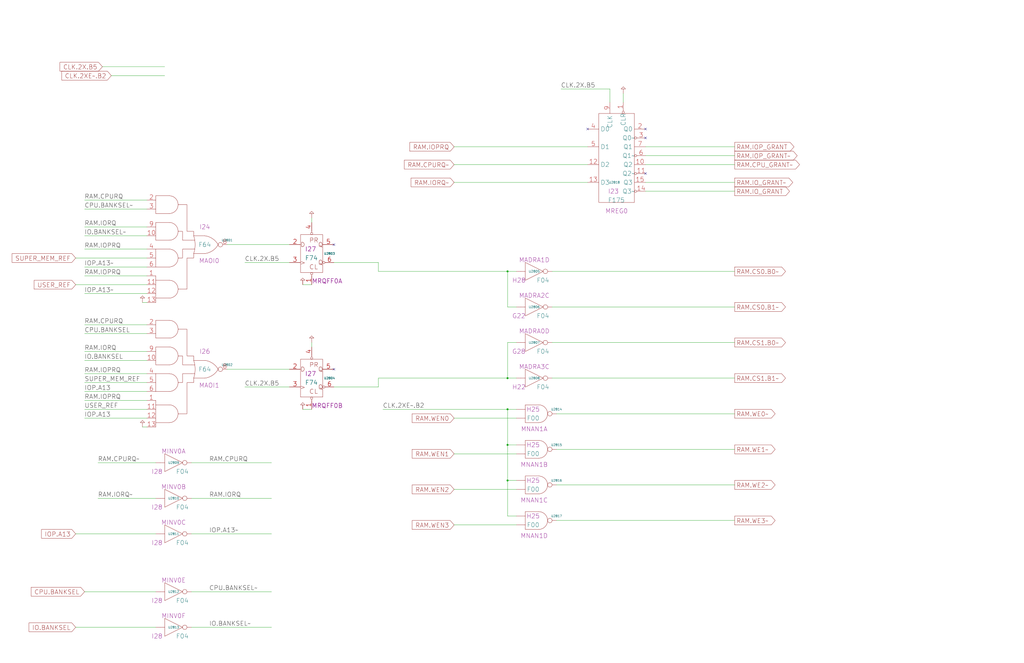
<source format=kicad_sch>
(kicad_sch (version 20250114) (generator "eeschema") (generator_version "9.0")
  (paper "User" 584.2 378.46)
  (title_block (title "MEMORY\\nARBITER / STROBES") (date "22-SEP-90") (rev "2.0") (comment 1 "IOC") (comment 2 "232-003061") (comment 3 "S400") (comment 4 "RELEASED"))
  (lib_symbols
    (symbol "r1000:F00" (pin_numbers (hide yes)) (pin_names (hide yes))
      (property "Reference" "U" (at 15.24 0 0))
      (property "Value" "F00" (at 1.905 -5.08 0))
      (property "Location" "___" (at 1.905 0 0))
      (property "Name" "______" (at 2.54 -12.7 0))
      (symbol "F00_0_1"
        (polyline (pts (xy -2.54 2.54) (xy -2.54 -7.62)) (stroke (width 0.1524)))
        (polyline (pts (xy -2.54 2.54) (xy 5.08 2.54)) (stroke (width 0.1524)))
        (polyline (pts (xy -2.54 -7.62) (xy 5.08 -7.62)) (stroke (width 0.1524)))
        (arc (start 5.08 2.54) (mid 10.1281 -2.54) (end 5.08 -7.62) (stroke (width 0.1524)))
        (circle (center 11.43 -2.54) (radius 1.27) (stroke (width 0.1524)))
      )
      (symbol "F00_0_2"
        (arc (start -3.175 2.54) (mid -2.134 -2.54) (end -3.175 -7.62) (stroke (width 0.1524)))
        (circle (center -3.81 0) (radius 1.27) (stroke (width 0.1524)))
        (circle (center -3.81 -5.08) (radius 1.27) (stroke (width 0.1524)))
        (polyline (pts (xy -3.175 2.54) (xy 3.81 2.54)) (stroke (width 0.1524)))
        (polyline (pts (xy -3.175 -7.62) (xy 3.81 -7.62)) (stroke (width 0.1524)))
        (arc (start 3.81 2.54) (mid 7.5828 0.7472) (end 10.16 -2.54) (stroke (width 0.1524)))
        (arc (start 10.16 -2.54) (mid 7.5855 -5.8306) (end 3.81 -7.62) (stroke (width 0.1524)))
      )
      (symbol "F00_1_1"
        (pin input line (at -7.62 0 0) (length 5.08) (name "D0") (number "1"))
        (pin input line (at -7.62 -5.08 0) (length 5.08) (name "D1") (number "2"))
        (pin output line (at 15.24 -2.54 180) (length 2.54) (name "Q") (number "3"))
      )
      (symbol "F00_1_2"
        (pin input line (at -7.62 0 0) (length 2.54) (name "D0") (number "1"))
        (pin input line (at -7.62 -5.08 0) (length 2.54) (name "D1") (number "2"))
        (pin output line (at 15.24 -2.54 180) (length 5.08) (name "Q") (number "3"))
      )
    )
    (symbol "r1000:F04" (pin_numbers (hide yes)) (pin_names (hide yes))
      (property "Reference" "U" (at 0 0 0))
      (property "Value" "F04" (at 1.27 -5.08 0))
      (property "Location" "___" (at -12.7 -5.08 0))
      (property "Name" "______" (at 0 5.08 0))
      (symbol "F04_0_1"
        (polyline (pts (xy -7.62 0) (xy -5.08 0)) (stroke (width 0.1524)))
        (polyline (pts (xy -5.08 5.08) (xy -5.08 -5.08)) (stroke (width 0.1524)))
        (polyline (pts (xy 5.08 0) (xy -5.08 5.08)) (stroke (width 0.1524)))
        (polyline (pts (xy 5.08 0) (xy -5.08 -5.08)) (stroke (width 0.1524)))
        (circle (center 6.35 0) (radius 1.27) (stroke (width 0.1524)))
      )
      (symbol "F04_1_1"
        (pin input line (at -10.16 0 0) (length 2.54) (name "D0") (number "1"))
        (pin output line (at 10.16 0 180) (length 2.54) (name "Q") (number "2"))
      )
    )
    (symbol "r1000:F175" (pin_names (offset 1.016))
      (property "Reference" "U" (at 2.54 5.08 0))
      (property "Value" "F175" (at -1.27 -5.08 0))
      (property "Location" "___" (at -1.27 0 0))
      (property "Name" "______" (at 3.81 -12.7 0))
      (symbol "F175_1_1"
        (rectangle (start -6.35 44.45) (end 13.97 -6.35))
        (circle (center 7.62 45.085) (radius 0.635))
        (circle (center 14.605 30.48) (radius 0.635))
        (circle (center 14.605 20.32) (radius 0.635))
        (circle (center 14.605 10.16) (radius 0.635))
        (circle (center 14.605 0) (radius 0.635))
        (pin input line (at -12.7 35.56 0) (length 6.35) (name "D0") (number "4"))
        (pin input line (at -12.7 25.4 0) (length 6.35) (name "D1") (number "5"))
        (pin input line (at -12.7 15.24 0) (length 6.35) (name "D2") (number "12"))
        (pin input line (at -12.7 5.08 0) (length 6.35) (name "D3") (number "13"))
        (pin input line (at 0 50.8 270) (length 6.35) (name "CLK") (number "9"))
        (pin input line (at 7.62 50.8 270) (length 5.08) (name "CLR") (number "1"))
        (pin output line (at 20.32 35.56 180) (length 6.35) (name "Q0") (number "2"))
        (pin output line (at 20.32 30.48 180) (length 5.08) (name "Q0~") (number "3"))
        (pin output line (at 20.32 25.4 180) (length 6.35) (name "Q1") (number "7"))
        (pin output line (at 20.32 20.32 180) (length 5.08) (name "Q1~") (number "6"))
        (pin output line (at 20.32 15.24 180) (length 6.35) (name "Q2") (number "10"))
        (pin output line (at 20.32 10.16 180) (length 5.08) (name "Q2~") (number "11"))
        (pin output line (at 20.32 5.08 180) (length 6.35) (name "Q3") (number "15"))
        (pin output line (at 20.32 0 180) (length 5.08) (name "Q3~") (number "14"))
      )
    )
    (symbol "r1000:F64" (pin_names (hide yes))
      (property "Reference" "U" (at 15.24 2.54 0))
      (property "Value" "F64" (at 2.54 0 0))
      (property "Location" "___" (at 2.54 10.16 0))
      (property "Name" "______" (at 5.08 -10.62 0))
      (symbol "F64_0_0"
        (polyline (pts (xy -25.4 27.94) (xy -17.78 27.94)) (stroke (width 0.1524)))
        (polyline (pts (xy -25.4 17.78) (xy -17.78 17.78)) (stroke (width 0.1524)))
        (polyline (pts (xy -25.4 12.7) (xy -17.78 12.7)) (stroke (width 0.1524)))
        (polyline (pts (xy -25.4 2.54) (xy -17.78 2.54)) (stroke (width 0.1524)))
        (polyline (pts (xy -25.4 -2.54) (xy -17.78 -2.54)) (stroke (width 0.1524)))
        (polyline (pts (xy -25.4 -12.7) (xy -17.78 -12.7)) (stroke (width 0.1524)))
        (polyline (pts (xy -25.4 -20.32) (xy -17.78 -20.32)) (stroke (width 0.1524)))
        (polyline (pts (xy -25.4 -30.48) (xy -17.78 -30.48)) (stroke (width 0.1524)))
        (arc (start -3.8173 5.08) (mid -2.9926 0) (end -3.8173 -5.08) (stroke (width 0.1524)))
        (arc (start -17.78 27.94) (mid -14.1879 26.4521) (end -12.7 22.86) (stroke (width 0.1524)))
        (arc (start -12.7 22.86) (mid -14.1879 19.2679) (end -17.78 17.78) (stroke (width 0.1524)))
        (arc (start -17.78 12.7) (mid -14.1879 11.2121) (end -12.7 7.62) (stroke (width 0.1524)))
        (arc (start -12.7 7.62) (mid -14.1879 4.0279) (end -17.78 2.54) (stroke (width 0.1524)))
        (arc (start -17.78 -2.54) (mid -14.1879 -4.0279) (end -12.7 -7.62) (stroke (width 0.1524)))
        (arc (start -12.7 -7.62) (mid -14.1879 -11.2121) (end -17.78 -12.7) (stroke (width 0.1524)))
        (arc (start -17.78 -20.32) (mid -14.1879 -21.8079) (end -12.7 -25.4) (stroke (width 0.1524)))
        (arc (start -12.7 -25.4) (mid -14.1879 -28.9921) (end -17.78 -30.48) (stroke (width 0.1524)))
        (polyline (pts (xy -3.81 5.08) (xy 2.54 5.08)) (stroke (width 0.1524)))
        (polyline (pts (xy -3.81 -5.08) (xy 2.54 -5.08)) (stroke (width 0.1524)))
        (arc (start 10.16 0) (mid 6.9504 -3.4407) (end 2.54 -5.08) (stroke (width 0.1524)))
        (arc (start 2.54 5.08) (mid 6.9516 3.4424) (end 10.16 0) (stroke (width 0.1524)))
        (circle (center 11.43 0) (radius 1.27) (stroke (width 0.1524)))
      )
      (symbol "F64_0_1"
        (polyline (pts (xy -25.4 27.94) (xy -25.4 17.78)) (stroke (width 0.1524)))
        (polyline (pts (xy -25.4 12.7) (xy -25.4 2.54)) (stroke (width 0.1524)))
        (polyline (pts (xy -25.4 -2.54) (xy -25.4 -12.7)) (stroke (width 0.1524)))
        (polyline (pts (xy -25.4 -17.78) (xy -25.4 -20.32)) (stroke (width 0.1524)))
        (polyline (pts (xy -25.4 -20.32) (xy -25.4 -30.48)) (stroke (width 0.1524)))
        (polyline (pts (xy -25.4 -33.02) (xy -25.4 -30.48)) (stroke (width 0.1524)))
        (polyline (pts (xy -12.7 7.62) (xy -10.16 7.62) (xy -10.16 2.54) (xy -5.08 2.54)) (stroke (width 0.1524)))
        (polyline (pts (xy -12.7 -7.62) (xy -12.7 -7.62)) (stroke (width 0.1524)))
        (polyline (pts (xy -12.7 -7.62) (xy -10.16 -7.62) (xy -10.16 -2.54) (xy -5.08 -2.54)) (stroke (width 0.1524)))
        (polyline (pts (xy -5.08 2.54) (xy -3.175 2.54)) (stroke (width 0.1524)))
        (polyline (pts (xy -5.08 -2.54) (xy -3.175 -2.54)) (stroke (width 0.1524)))
        (polyline (pts (xy -3.81 5.08) (xy -3.81 7.62) (xy -7.62 7.62) (xy -7.62 22.86) (xy -12.7 22.86)) (stroke (width 0.1524)))
        (polyline (pts (xy -3.81 -5.08) (xy -3.81 -7.62) (xy -7.62 -7.62) (xy -7.62 -25.4) (xy -12.7 -25.4)) (stroke (width 0.1524)))
      )
      (symbol "F64_1_1"
        (pin input line (at -30.48 25.4 0) (length 5.08) (name "A0") (number "2"))
        (pin input line (at -30.48 20.32 0) (length 5.08) (name "A1") (number "3"))
        (pin input line (at -30.48 10.16 0) (length 5.08) (name "B0") (number "9"))
        (pin input line (at -30.48 5.08 0) (length 5.08) (name "B1") (number "10"))
        (pin input line (at -30.48 -2.54 0) (length 5.08) (name "C0") (number "4"))
        (pin input line (at -30.48 -7.62 0) (length 5.08) (name "C1") (number "5"))
        (pin input line (at -30.48 -12.7 0) (length 5.08) (name "C2") (number "6"))
        (pin input line (at -30.48 -17.78 0) (length 5.08) (name "D0") (number "1"))
        (pin input line (at -30.48 -22.86 0) (length 5.08) (name "D1") (number "11"))
        (pin input line (at -30.48 -27.94 0) (length 5.08) (name "D2") (number "12"))
        (pin input line (at -30.48 -33.02 0) (length 5.08) (name "D3") (number "13"))
        (pin output line (at 15.24 0 180) (length 2.54) (name "Q") (number "8"))
      )
    )
    (symbol "r1000:F74" (pin_names (offset 1.016) (hide yes))
      (property "Reference" "U" (at 12.7 -2.54 0))
      (property "Value" "F74" (at -1.27 -5.08 0))
      (property "Location" "___" (at -1.27 0 0))
      (property "Name" "______" (at 11.43 -19.685 0))
      (symbol "F74_0_1"
        (rectangle (start -3.81 8.255) (end 8.89 -13.335) (stroke (width 0.1524)))
        (polyline (pts (xy 2.54 10.16) (xy 2.54 9.525)) (stroke (width 0.1524)))
        (polyline (pts (xy 2.54 -15.24) (xy 2.54 -14.605)) (stroke (width 0.1524)))
      )
      (symbol "F74_1_1"
        (circle (center 2.54 8.89) (radius 0.635))
        (circle (center 2.54 -13.97) (radius 0.635))
        (circle (center 9.525 -7.62) (radius 0.635))
        (text "D" (at -2.54 2.54 0) (effects (font (size 2.54 2.54))))
        (text ">" (at -2.54 -7.62 0) (effects (font (size 2.54 2.54))))
        (text "P" (at 2.54 5.08 0) (effects (font (size 2.54 2.54))))
        (text "C" (at 2.54 -10.16 0) (effects (font (size 2.54 2.54))))
        (text "R" (at 5.08 5.08 0) (effects (font (size 2.54 2.54))))
        (text "L" (at 5.08 -10.16 0) (effects (font (size 2.54 2.54))))
        (text "Q" (at 7.62 2.54 0) (effects (font (size 2.54 2.54))))
        (text "Q" (at 7.62 -7.62 0) (effects (font (size 2.54 2.54))))
        (pin input line (at -10.16 2.54 0) (length 6.35) (name "D") (number "2"))
        (pin input line (at -10.16 -7.62 0) (length 6.35) (name "CLK") (number "3"))
        (pin input line (at 2.54 15.24 270) (length 5.08) (name "PR_") (number "4"))
        (pin input line (at 2.54 -20.32 90) (length 5.08) (name "CL_") (number "1"))
        (pin output line (at 15.24 2.54 180) (length 6.35) (name "Q") (number "5"))
        (pin output line (at 15.24 -7.62 180) (length 5.08) (name "Q_") (number "6"))
      )
    )
    (symbol "r1000:PU" (power) (pin_numbers (hide yes)) (pin_names (hide yes))
      (symbol "PU_0_1"
        (polyline (pts (xy 0 2.54) (xy -1.27 2.54) (xy 0 3.81) (xy 1.27 2.54) (xy 0 2.54)) (stroke (width 0.1524)))
      )
      (symbol "PU_1_1"
        (pin power_in line (at 0 0 90) (length 2.54) (name "PU") (number "1"))
      )
    )
  )
  (junction (at 289.56 254))
  (junction (at 289.56 215.9))
  (junction (at 289.56 274.32))
  (junction (at 289.56 233.68))
  (junction (at 289.56 154.94))
  (no_connect (at 190.5 139.7))
  (no_connect (at 335.28 73.66))
  (no_connect (at 368.3 73.66))
  (no_connect (at 368.3 78.74))
  (no_connect (at 190.5 210.82))
  (no_connect (at 368.3 99.06))
  (wire (pts (xy 48.26 238.76) (xy 83.82 238.76)))
  (wire (pts (xy 368.3 83.82) (xy 419.1 83.82)))
  (wire (pts (xy 43.18 162.56) (xy 83.82 162.56)))
  (wire (pts (xy 190.5 220.98) (xy 215.9 220.98)))
  (wire (pts (xy 289.56 254) (xy 294.64 254)))
  (wire (pts (xy 43.18 358.14) (xy 88.9 358.14)))
  (wire (pts (xy 259.08 279.4) (xy 294.64 279.4)))
  (wire (pts (xy 48.26 190.5) (xy 83.82 190.5)))
  (wire (pts (xy 63.5 43.18) (xy 93.98 43.18)))
  (wire (pts (xy 215.9 220.98) (xy 215.9 215.9)))
  (wire (pts (xy 81.28 172.72) (xy 83.82 172.72)))
  (wire (pts (xy 109.22 264.16) (xy 154.94 264.16)))
  (wire (pts (xy 48.26 218.44) (xy 83.82 218.44)))
  (wire (pts (xy 314.96 154.94) (xy 419.1 154.94)))
  (wire (pts (xy 294.64 195.58) (xy 289.56 195.58)))
  (wire (pts (xy 177.8 124.46) (xy 177.8 127)))
  (wire (pts (xy 109.22 304.8) (xy 154.94 304.8)))
  (wire (pts (xy 139.7 149.86) (xy 165.1 149.86)))
  (wire (pts (xy 48.26 129.54) (xy 83.82 129.54)))
  (wire (pts (xy 48.26 119.38) (xy 83.82 119.38)))
  (wire (pts (xy 259.08 259.08) (xy 294.64 259.08)))
  (wire (pts (xy 109.22 337.82) (xy 154.94 337.82)))
  (wire (pts (xy 289.56 274.32) (xy 294.64 274.32)))
  (wire (pts (xy 48.26 205.74) (xy 83.82 205.74)))
  (wire (pts (xy 215.9 215.9) (xy 289.56 215.9)))
  (wire (pts (xy 58.42 38.1) (xy 93.98 38.1)))
  (wire (pts (xy 218.44 233.68) (xy 289.56 233.68)))
  (wire (pts (xy 43.18 304.8) (xy 88.9 304.8)))
  (wire (pts (xy 48.26 337.82) (xy 88.9 337.82)))
  (wire (pts (xy 48.26 134.62) (xy 83.82 134.62)))
  (wire (pts (xy 289.56 195.58) (xy 289.56 215.9)))
  (wire (pts (xy 259.08 104.14) (xy 335.28 104.14)))
  (wire (pts (xy 48.26 223.52) (xy 83.82 223.52)))
  (wire (pts (xy 48.26 152.4) (xy 83.82 152.4)))
  (wire (pts (xy 289.56 154.94) (xy 294.64 154.94)))
  (wire (pts (xy 259.08 238.76) (xy 294.64 238.76)))
  (wire (pts (xy 317.5 256.54) (xy 419.1 256.54)))
  (wire (pts (xy 129.54 139.7) (xy 165.1 139.7)))
  (wire (pts (xy 259.08 83.82) (xy 335.28 83.82)))
  (wire (pts (xy 320.04 50.8) (xy 347.98 50.8)))
  (wire (pts (xy 314.96 195.58) (xy 419.1 195.58)))
  (wire (pts (xy 259.08 299.72) (xy 294.64 299.72)))
  (wire (pts (xy 55.88 264.16) (xy 88.9 264.16)))
  (wire (pts (xy 259.08 93.98) (xy 335.28 93.98)))
  (wire (pts (xy 48.26 213.36) (xy 83.82 213.36)))
  (wire (pts (xy 177.8 195.58) (xy 177.8 198.12)))
  (wire (pts (xy 289.56 215.9) (xy 294.64 215.9)))
  (wire (pts (xy 355.6 53.34) (xy 355.6 58.42)))
  (wire (pts (xy 289.56 233.68) (xy 294.64 233.68)))
  (wire (pts (xy 48.26 233.68) (xy 83.82 233.68)))
  (wire (pts (xy 314.96 175.26) (xy 419.1 175.26)))
  (wire (pts (xy 48.26 200.66) (xy 83.82 200.66)))
  (wire (pts (xy 215.9 154.94) (xy 289.56 154.94)))
  (wire (pts (xy 172.72 162.56) (xy 177.8 162.56)))
  (wire (pts (xy 289.56 274.32) (xy 289.56 254)))
  (wire (pts (xy 48.26 185.42) (xy 83.82 185.42)))
  (wire (pts (xy 317.5 236.22) (xy 419.1 236.22)))
  (wire (pts (xy 48.26 142.24) (xy 83.82 142.24)))
  (wire (pts (xy 289.56 294.64) (xy 289.56 274.32)))
  (wire (pts (xy 48.26 157.48) (xy 83.82 157.48)))
  (wire (pts (xy 347.98 50.8) (xy 347.98 58.42)))
  (wire (pts (xy 368.3 93.98) (xy 419.1 93.98)))
  (wire (pts (xy 215.9 149.86) (xy 215.9 154.94)))
  (wire (pts (xy 317.5 297.18) (xy 419.1 297.18)))
  (wire (pts (xy 43.18 147.32) (xy 83.82 147.32)))
  (wire (pts (xy 368.3 109.22) (xy 419.1 109.22)))
  (wire (pts (xy 289.56 175.26) (xy 289.56 154.94)))
  (wire (pts (xy 81.28 243.84) (xy 83.82 243.84)))
  (wire (pts (xy 48.26 114.3) (xy 83.82 114.3)))
  (wire (pts (xy 109.22 358.14) (xy 154.94 358.14)))
  (wire (pts (xy 55.88 284.48) (xy 88.9 284.48)))
  (wire (pts (xy 294.64 175.26) (xy 289.56 175.26)))
  (wire (pts (xy 289.56 254) (xy 289.56 233.68)))
  (wire (pts (xy 294.64 294.64) (xy 289.56 294.64)))
  (wire (pts (xy 172.72 233.68) (xy 177.8 233.68)))
  (wire (pts (xy 368.3 104.14) (xy 419.1 104.14)))
  (wire (pts (xy 129.54 210.82) (xy 165.1 210.82)))
  (wire (pts (xy 368.3 88.9) (xy 419.1 88.9)))
  (wire (pts (xy 109.22 284.48) (xy 154.94 284.48)))
  (wire (pts (xy 317.5 276.86) (xy 419.1 276.86)))
  (wire (pts (xy 139.7 220.98) (xy 165.1 220.98)))
  (wire (pts (xy 190.5 149.86) (xy 215.9 149.86)))
  (wire (pts (xy 48.26 228.6) (xy 83.82 228.6)))
  (wire (pts (xy 48.26 167.64) (xy 83.82 167.64)))
  (wire (pts (xy 314.96 215.9) (xy 419.1 215.9)))
  (label "RAM.CPURQ" (at 119.38 264.16 0) (effects (font (size 2.54 2.54))))
  (label "RAM.IORQ" (at 48.26 129.54 0) (effects (font (size 2.54 2.54))))
  (label "IOP.A13~" (at 48.26 152.4 0) (effects (font (size 2.54 2.54))))
  (label "RAM.IORQ~" (at 55.88 284.48 0) (effects (font (size 2.54 2.54))))
  (label "IO.BANKSEL~" (at 48.26 134.62 0) (effects (font (size 2.54 2.54))))
  (label "RAM.IORQ" (at 119.38 284.48 0) (effects (font (size 2.54 2.54))))
  (label "IOP.A13~" (at 48.26 167.64 0) (effects (font (size 2.54 2.54))))
  (label "RAM.IOPRQ" (at 48.26 157.48 0) (effects (font (size 2.54 2.54))))
  (label "RAM.CPURQ" (at 48.26 114.3 0) (effects (font (size 2.54 2.54))))
  (label "RAM.IORQ" (at 48.26 200.66 0) (effects (font (size 2.54 2.54))))
  (label "CPU.BANKSEL" (at 48.26 190.5 0) (effects (font (size 2.54 2.54))))
  (label "CLK.2X.B5" (at 139.7 149.86 0) (effects (font (size 2.54 2.54))))
  (label "IOP.A13~" (at 119.38 304.8 0) (effects (font (size 2.54 2.54))))
  (label "RAM.CPURQ" (at 48.26 185.42 0) (effects (font (size 2.54 2.54))))
  (label "CPU.BANKSEL~" (at 48.26 119.38 0) (effects (font (size 2.54 2.54))))
  (label "IOP.A13" (at 48.26 238.76 0) (effects (font (size 2.54 2.54))))
  (label "IO.BANKSEL" (at 48.26 205.74 0) (effects (font (size 2.54 2.54))))
  (label "RAM.IOPRQ" (at 48.26 142.24 0) (effects (font (size 2.54 2.54))))
  (label "CPU.BANKSEL~" (at 119.38 337.82 0) (effects (font (size 2.54 2.54))))
  (label "CLK.2X.B5" (at 320.04 50.8 0) (effects (font (size 2.54 2.54))))
  (label "IOP.A13" (at 48.26 223.52 0) (effects (font (size 2.54 2.54))))
  (label "SUPER_MEM_REF" (at 48.26 218.44 0) (effects (font (size 2.54 2.54))))
  (label "RAM.IOPRQ" (at 48.26 213.36 0) (effects (font (size 2.54 2.54))))
  (label "RAM.IOPRQ" (at 48.26 228.6 0) (effects (font (size 2.54 2.54))))
  (label "CLK.2X.B5" (at 139.7 220.98 0) (effects (font (size 2.54 2.54))))
  (label "CLK.2XE~.B2" (at 218.44 233.68 0) (effects (font (size 2.54 2.54))))
  (label "USER_REF" (at 48.26 233.68 0) (effects (font (size 2.54 2.54))))
  (label "IO.BANKSEL~" (at 119.38 358.14 0) (effects (font (size 2.54 2.54))))
  (label "RAM.CPURQ~" (at 55.88 264.16 0) (effects (font (size 2.54 2.54))))
  (global_label "RAM.WE3~" (shape output) (at 419.1 297.18 0) (effects (font (size 2.54 2.54))) (property "Intersheetrefs" "${INTERSHEET_REFS}" (at 442.5708 297.0213 0) (effects (font (size 1.905 1.905)) (justify left))))
  (global_label "RAM.WEN0" (shape input) (at 259.08 238.76 180) (effects (font (size 2.54 2.54))) (property "Intersheetrefs" "${INTERSHEET_REFS}" (at 234.7625 238.6013 0) (effects (font (size 1.905 1.905)) (justify right))))
  (global_label "CLK.2X.B5" (shape input) (at 58.42 38.1 180) (effects (font (size 2.54 2.54))) (property "Intersheetrefs" "${INTERSHEET_REFS}" (at 33.8606 37.9413 0) (effects (font (size 1.905 1.905)) (justify right))))
  (global_label "RAM.WE0~" (shape output) (at 419.1 236.22 0) (effects (font (size 2.54 2.54))) (property "Intersheetrefs" "${INTERSHEET_REFS}" (at 442.5708 236.0613 0) (effects (font (size 1.905 1.905)) (justify left))))
  (global_label "RAM.CS1.B1~" (shape output) (at 419.1 215.9 0) (effects (font (size 2.54 2.54))) (property "Intersheetrefs" "${INTERSHEET_REFS}" (at 448.4975 215.7413 0) (effects (font (size 1.905 1.905)) (justify left))))
  (global_label "RAM.WE1~" (shape output) (at 419.1 256.54 0) (effects (font (size 2.54 2.54))) (property "Intersheetrefs" "${INTERSHEET_REFS}" (at 442.5708 256.3813 0) (effects (font (size 1.905 1.905)) (justify left))))
  (global_label "RAM.IOPRQ" (shape input) (at 259.08 83.82 180) (effects (font (size 2.54 2.54))) (property "Intersheetrefs" "${INTERSHEET_REFS}" (at 233.432 83.6613 0) (effects (font (size 1.905 1.905)) (justify right))))
  (global_label "CPU.BANKSEL" (shape input) (at 48.26 337.82 180) (effects (font (size 2.54 2.54))) (property "Intersheetrefs" "${INTERSHEET_REFS}" (at 17.4111 337.6613 0) (effects (font (size 1.905 1.905)) (justify right))))
  (global_label "IO.BANKSEL" (shape input) (at 43.18 358.14 180) (effects (font (size 2.54 2.54))) (property "Intersheetrefs" "${INTERSHEET_REFS}" (at 16.2016 357.9813 0) (effects (font (size 1.905 1.905)) (justify right))))
  (global_label "RAM.WEN1" (shape input) (at 259.08 259.08 180) (effects (font (size 2.54 2.54))) (property "Intersheetrefs" "${INTERSHEET_REFS}" (at 234.7625 258.9213 0) (effects (font (size 1.905 1.905)) (justify right))))
  (global_label "IOP.A13" (shape input) (at 43.18 304.8 180) (effects (font (size 2.54 2.54))) (property "Intersheetrefs" "${INTERSHEET_REFS}" (at 23.3378 304.6413 0) (effects (font (size 1.905 1.905)) (justify right))))
  (global_label "RAM.CS0.B0~" (shape output) (at 419.1 154.94 0) (effects (font (size 2.54 2.54))) (property "Intersheetrefs" "${INTERSHEET_REFS}" (at 448.4975 154.7813 0) (effects (font (size 1.905 1.905)) (justify left))))
  (global_label "SUPER_MEM_REF" (shape input) (at 43.18 147.32 180) (effects (font (size 2.54 2.54))) (property "Intersheetrefs" "${INTERSHEET_REFS}" (at 6.5254 147.1613 0) (effects (font (size 1.905 1.905)) (justify right))))
  (global_label "RAM.IO_GRANT" (shape output) (at 419.1 109.22 0) (effects (font (size 2.54 2.54))) (property "Intersheetrefs" "${INTERSHEET_REFS}" (at 450.7956 109.0613 0) (effects (font (size 1.905 1.905)) (justify left))))
  (global_label "RAM.CPU_GRANT~" (shape output) (at 419.1 93.98 0) (effects (font (size 2.54 2.54))) (property "Intersheetrefs" "${INTERSHEET_REFS}" (at 456.4803 93.8213 0) (effects (font (size 1.905 1.905)) (justify left))))
  (global_label "USER_REF" (shape input) (at 43.18 162.56 180) (effects (font (size 2.54 2.54))) (property "Intersheetrefs" "${INTERSHEET_REFS}" (at 19.1044 162.4013 0) (effects (font (size 1.905 1.905)) (justify right))))
  (global_label "RAM.WEN2" (shape input) (at 259.08 279.4 180) (effects (font (size 2.54 2.54))) (property "Intersheetrefs" "${INTERSHEET_REFS}" (at 234.7625 279.2413 0) (effects (font (size 1.905 1.905)) (justify right))))
  (global_label "RAM.IORQ~" (shape input) (at 259.08 104.14 180) (effects (font (size 2.54 2.54))) (property "Intersheetrefs" "${INTERSHEET_REFS}" (at 234.1578 103.9813 0) (effects (font (size 1.905 1.905)) (justify right))))
  (global_label "RAM.WEN3" (shape input) (at 259.08 299.72 180) (effects (font (size 2.54 2.54))) (property "Intersheetrefs" "${INTERSHEET_REFS}" (at 234.7625 299.5613 0) (effects (font (size 1.905 1.905)) (justify right))))
  (global_label "RAM.IOP_GRANT" (shape output) (at 419.1 83.82 0) (effects (font (size 2.54 2.54))) (property "Intersheetrefs" "${INTERSHEET_REFS}" (at 453.3356 83.6613 0) (effects (font (size 1.905 1.905)) (justify left))))
  (global_label "RAM.CPURQ~" (shape input) (at 259.08 93.98 180) (effects (font (size 2.54 2.54))) (property "Intersheetrefs" "${INTERSHEET_REFS}" (at 230.2873 93.8213 0) (effects (font (size 1.905 1.905)) (justify right))))
  (global_label "RAM.CS0.B1~" (shape output) (at 419.1 175.26 0) (effects (font (size 2.54 2.54))) (property "Intersheetrefs" "${INTERSHEET_REFS}" (at 448.4975 175.1013 0) (effects (font (size 1.905 1.905)) (justify left))))
  (global_label "RAM.IOP_GRANT~" (shape output) (at 419.1 88.9 0) (effects (font (size 2.54 2.54))) (property "Intersheetrefs" "${INTERSHEET_REFS}" (at 455.1499 88.7413 0) (effects (font (size 1.905 1.905)) (justify left))))
  (global_label "RAM.IO_GRANT~" (shape output) (at 419.1 104.14 0) (effects (font (size 2.54 2.54))) (property "Intersheetrefs" "${INTERSHEET_REFS}" (at 452.6099 103.9813 0) (effects (font (size 1.905 1.905)) (justify left))))
  (global_label "RAM.WE2~" (shape output) (at 419.1 276.86 0) (effects (font (size 2.54 2.54))) (property "Intersheetrefs" "${INTERSHEET_REFS}" (at 442.5708 276.7013 0) (effects (font (size 1.905 1.905)) (justify left))))
  (global_label "CLK.2XE~.B2" (shape input) (at 63.5 43.18 180) (effects (font (size 2.54 2.54))) (property "Intersheetrefs" "${INTERSHEET_REFS}" (at 34.8282 43.0213 0) (effects (font (size 1.905 1.905)) (justify right))))
  (global_label "RAM.CS1.B0~" (shape output) (at 419.1 195.58 0) (effects (font (size 2.54 2.54))) (property "Intersheetrefs" "${INTERSHEET_REFS}" (at 448.4975 195.4213 0) (effects (font (size 1.905 1.905)) (justify left))))
  (symbol (lib_id "r1000:F04") (at 99.06 304.8 0) (unit 1)
    (property "Reference" "U2811" (at 99.06 304.8 0))
    (property "Value" "F04" (at 100.33 309.88 0) (effects (font (size 2.54 2.54)) (justify left)))
    (property "Location" "I28" (at 86.36 309.88 0) (effects (font (size 2.54 2.54)) (justify left)))
    (property "Name" "MINV0C" (at 99.06 299.72 0) (effects (font (size 2.54 2.54)) (justify bottom)))
  )
  (symbol (lib_id "r1000:PU") (at 81.28 172.72 0) (unit 1)
    (property "Reference" "#PWR02801" (effects (hide yes)))
    (property "Value" "PU" (effects (hide yes)))
  )
  (symbol (lib_id "r1000:PU") (at 172.72 233.68 0) (unit 1)
    (property "Reference" "#PWR02804" (effects (hide yes)))
    (property "Value" "PU" (effects (hide yes)))
  )
  (symbol (lib_id "r1000:PU") (at 177.8 124.46 0) (unit 1)
    (property "Reference" "#PWR02805" (effects (hide yes)))
    (property "Value" "PU" (effects (hide yes)))
  )
  (symbol (lib_id "r1000:F00") (at 302.26 274.32 0) (unit 1)
    (property "Reference" "U2816" (at 317.5 274.32 0))
    (property "Value" "F00" (at 304.165 279.4 0) (effects (font (size 2.54 2.54))))
    (property "Location" "H25" (at 304.165 274.32 0) (effects (font (size 2.54 2.54))))
    (property "Name" "MNAN1C" (at 304.8 287.02 0) (effects (font (size 2.54 2.54)) (justify bottom)))
  )
  (symbol (lib_id "r1000:F64") (at 114.3 210.82 0) (unit 1)
    (property "Reference" "U2802" (at 129.54 208.28 0))
    (property "Value" "F64" (at 116.84 210.82 0) (effects (font (size 2.54 2.54))))
    (property "Location" "I26" (at 116.84 200.66 0) (effects (font (size 2.54 2.54))))
    (property "Name" "MAOI1" (at 119.38 221.44 0) (effects (font (size 2.54 2.54)) (justify bottom)))
  )
  (symbol (lib_id "r1000:F04") (at 304.8 195.58 0) (unit 1)
    (property "Reference" "U2807" (at 304.8 195.58 0))
    (property "Value" "F04" (at 306.07 200.66 0) (effects (font (size 2.54 2.54)) (justify left)))
    (property "Location" "G28" (at 292.1 200.66 0) (effects (font (size 2.54 2.54)) (justify left)))
    (property "Name" "MADRA0D" (at 304.8 190.5 0) (effects (font (size 2.54 2.54)) (justify bottom)))
  )
  (symbol (lib_id "r1000:F00") (at 302.26 294.64 0) (unit 1)
    (property "Reference" "U2817" (at 317.5 294.64 0))
    (property "Value" "F00" (at 304.165 299.72 0) (effects (font (size 2.54 2.54))))
    (property "Location" "H25" (at 304.165 294.64 0) (effects (font (size 2.54 2.54))))
    (property "Name" "MNAN1D" (at 304.8 307.34 0) (effects (font (size 2.54 2.54)) (justify bottom)))
  )
  (symbol (lib_id "r1000:F04") (at 99.06 284.48 0) (unit 1)
    (property "Reference" "U2810" (at 99.06 284.48 0))
    (property "Value" "F04" (at 100.33 289.56 0) (effects (font (size 2.54 2.54)) (justify left)))
    (property "Location" "I28" (at 86.36 289.56 0) (effects (font (size 2.54 2.54)) (justify left)))
    (property "Name" "MINV0B" (at 99.06 279.4 0) (effects (font (size 2.54 2.54)) (justify bottom)))
  )
  (symbol (lib_id "r1000:PU") (at 177.8 195.58 0) (unit 1)
    (property "Reference" "#PWR02806" (effects (hide yes)))
    (property "Value" "PU" (effects (hide yes)))
  )
  (symbol (lib_id "r1000:F175") (at 347.98 109.22 0) (unit 1)
    (property "Reference" "U2818" (at 350.52 104.14 0))
    (property "Value" "F175" (at 346.71 114.3 0) (effects (font (size 2.54 2.54)) (justify left)))
    (property "Location" "I23" (at 346.71 109.22 0) (effects (font (size 2.54 2.54)) (justify left)))
    (property "Name" "MREG0" (at 351.79 121.92 0) (effects (font (size 2.54 2.54)) (justify bottom)))
  )
  (symbol (lib_id "r1000:F04") (at 99.06 358.14 0) (unit 1)
    (property "Reference" "U2813" (at 99.06 358.14 0))
    (property "Value" "F04" (at 100.33 363.22 0) (effects (font (size 2.54 2.54)) (justify left)))
    (property "Location" "I28" (at 86.36 363.22 0) (effects (font (size 2.54 2.54)) (justify left)))
    (property "Name" "MINV0F" (at 99.06 353.06 0) (effects (font (size 2.54 2.54)) (justify bottom)))
  )
  (symbol (lib_id "r1000:PU") (at 81.28 243.84 0) (unit 1)
    (property "Reference" "#PWR02802" (effects (hide yes)))
    (property "Value" "PU" (effects (hide yes)))
  )
  (symbol (lib_id "r1000:F04") (at 99.06 337.82 0) (unit 1)
    (property "Reference" "U2812" (at 99.06 337.82 0))
    (property "Value" "F04" (at 100.33 342.9 0) (effects (font (size 2.54 2.54)) (justify left)))
    (property "Location" "I28" (at 86.36 342.9 0) (effects (font (size 2.54 2.54)) (justify left)))
    (property "Name" "MINV0E" (at 99.06 332.74 0) (effects (font (size 2.54 2.54)) (justify bottom)))
  )
  (symbol (lib_id "r1000:F74") (at 175.26 142.24 0) (unit 1)
    (property "Reference" "U2803" (at 187.96 144.78 0))
    (property "Value" "F74" (at 173.99 147.32 0) (effects (font (size 2.54 2.54)) (justify left)))
    (property "Location" "I27" (at 173.99 142.24 0) (effects (font (size 2.54 2.54)) (justify left)))
    (property "Name" "MRQFF0A" (at 186.69 161.925 0) (effects (font (size 2.54 2.54)) (justify bottom)))
  )
  (symbol (lib_id "r1000:PU") (at 355.6 53.34 0) (unit 1)
    (property "Reference" "#PWR0119" (effects (hide yes)))
    (property "Value" "PU" (effects (hide yes)))
  )
  (symbol (lib_id "r1000:F04") (at 304.8 154.94 0) (unit 1)
    (property "Reference" "U2805" (at 304.8 154.94 0))
    (property "Value" "F04" (at 306.07 160.02 0) (effects (font (size 2.54 2.54)) (justify left)))
    (property "Location" "H28" (at 292.1 160.02 0) (effects (font (size 2.54 2.54)) (justify left)))
    (property "Name" "MADRA1D" (at 304.8 149.86 0) (effects (font (size 2.54 2.54)) (justify bottom)))
  )
  (symbol (lib_id "r1000:PU") (at 172.72 162.56 0) (unit 1)
    (property "Reference" "#PWR02803" (effects (hide yes)))
    (property "Value" "PU" (effects (hide yes)))
  )
  (symbol (lib_id "r1000:F04") (at 99.06 264.16 0) (unit 1)
    (property "Reference" "U2809" (at 99.06 264.16 0))
    (property "Value" "F04" (at 100.33 269.24 0) (effects (font (size 2.54 2.54)) (justify left)))
    (property "Location" "I28" (at 86.36 269.24 0) (effects (font (size 2.54 2.54)) (justify left)))
    (property "Name" "MINV0A" (at 99.06 259.08 0) (effects (font (size 2.54 2.54)) (justify bottom)))
  )
  (symbol (lib_id "r1000:F64") (at 114.3 139.7 0) (unit 1)
    (property "Reference" "U2801" (at 129.54 137.16 0))
    (property "Value" "F64" (at 116.84 139.7 0) (effects (font (size 2.54 2.54))))
    (property "Location" "I24" (at 116.84 129.54 0) (effects (font (size 2.54 2.54))))
    (property "Name" "MAOI0" (at 119.38 150.32 0) (effects (font (size 2.54 2.54)) (justify bottom)))
  )
  (symbol (lib_id "r1000:F04") (at 304.8 215.9 0) (unit 1)
    (property "Reference" "U2808" (at 304.8 215.9 0))
    (property "Value" "F04" (at 306.07 220.98 0) (effects (font (size 2.54 2.54)) (justify left)))
    (property "Location" "H22" (at 292.1 220.98 0) (effects (font (size 2.54 2.54)) (justify left)))
    (property "Name" "MADRA3C" (at 304.8 210.82 0) (effects (font (size 2.54 2.54)) (justify bottom)))
  )
  (symbol (lib_id "r1000:F74") (at 175.26 213.36 0) (unit 1)
    (property "Reference" "U2804" (at 187.96 215.9 0))
    (property "Value" "F74" (at 173.99 218.44 0) (effects (font (size 2.54 2.54)) (justify left)))
    (property "Location" "I27" (at 173.99 213.36 0) (effects (font (size 2.54 2.54)) (justify left)))
    (property "Name" "MRQFF0B" (at 186.69 233.045 0) (effects (font (size 2.54 2.54)) (justify bottom)))
  )
  (symbol (lib_id "r1000:F00") (at 302.26 254 0) (unit 1)
    (property "Reference" "U2815" (at 317.5 254 0))
    (property "Value" "F00" (at 304.165 259.08 0) (effects (font (size 2.54 2.54))))
    (property "Location" "H25" (at 304.165 254 0) (effects (font (size 2.54 2.54))))
    (property "Name" "MNAN1B" (at 304.8 266.7 0) (effects (font (size 2.54 2.54)) (justify bottom)))
  )
  (symbol (lib_id "r1000:F00") (at 302.26 233.68 0) (unit 1)
    (property "Reference" "U2814" (at 317.5 233.68 0))
    (property "Value" "F00" (at 304.165 238.76 0) (effects (font (size 2.54 2.54))))
    (property "Location" "H25" (at 304.165 233.68 0) (effects (font (size 2.54 2.54))))
    (property "Name" "MNAN1A" (at 304.8 246.38 0) (effects (font (size 2.54 2.54)) (justify bottom)))
  )
  (symbol (lib_id "r1000:F04") (at 304.8 175.26 0) (unit 1)
    (property "Reference" "U2806" (at 304.8 175.26 0))
    (property "Value" "F04" (at 306.07 180.34 0) (effects (font (size 2.54 2.54)) (justify left)))
    (property "Location" "G22" (at 292.1 180.34 0) (effects (font (size 2.54 2.54)) (justify left)))
    (property "Name" "MADRA2C" (at 304.8 170.18 0) (effects (font (size 2.54 2.54)) (justify bottom)))
  )
)
</source>
